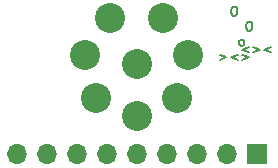
<source format=gbr>
%TF.GenerationSoftware,KiCad,Pcbnew,6.0.9-8da3e8f707~117~ubuntu22.04.1*%
%TF.CreationDate,2022-12-06T13:33:21-08:00*%
%TF.ProjectId,GX16-8P-Horizontal,47583136-2d38-4502-9d48-6f72697a6f6e,rev?*%
%TF.SameCoordinates,Original*%
%TF.FileFunction,Soldermask,Top*%
%TF.FilePolarity,Negative*%
%FSLAX46Y46*%
G04 Gerber Fmt 4.6, Leading zero omitted, Abs format (unit mm)*
G04 Created by KiCad (PCBNEW 6.0.9-8da3e8f707~117~ubuntu22.04.1) date 2022-12-06 13:33:21*
%MOMM*%
%LPD*%
G01*
G04 APERTURE LIST*
%ADD10C,0.127000*%
%ADD11R,1.700000X1.700000*%
%ADD12O,1.700000X1.700000*%
%ADD13C,2.540000*%
G04 APERTURE END LIST*
D10*
X135182428Y-58637714D02*
X135327571Y-58637714D01*
X135400142Y-58674000D01*
X135472714Y-58746571D01*
X135509000Y-58891714D01*
X135509000Y-59145714D01*
X135472714Y-59290857D01*
X135400142Y-59363428D01*
X135327571Y-59399714D01*
X135182428Y-59399714D01*
X135109857Y-59363428D01*
X135037285Y-59290857D01*
X135001000Y-59145714D01*
X135001000Y-58891714D01*
X135037285Y-58746571D01*
X135109857Y-58674000D01*
X135182428Y-58637714D01*
X136452428Y-59907714D02*
X136597571Y-59907714D01*
X136670142Y-59944000D01*
X136742714Y-60016571D01*
X136779000Y-60161714D01*
X136779000Y-60415714D01*
X136742714Y-60560857D01*
X136670142Y-60633428D01*
X136597571Y-60669714D01*
X136452428Y-60669714D01*
X136379857Y-60633428D01*
X136307285Y-60560857D01*
X136271000Y-60415714D01*
X136271000Y-60161714D01*
X136307285Y-60016571D01*
X136379857Y-59944000D01*
X136452428Y-59907714D01*
X135835571Y-61939714D02*
X135763000Y-61903428D01*
X135726714Y-61867142D01*
X135690428Y-61794571D01*
X135690428Y-61576857D01*
X135726714Y-61504285D01*
X135763000Y-61468000D01*
X135835571Y-61431714D01*
X135944428Y-61431714D01*
X136017000Y-61468000D01*
X136053285Y-61504285D01*
X136089571Y-61576857D01*
X136089571Y-61794571D01*
X136053285Y-61867142D01*
X136017000Y-61903428D01*
X135944428Y-61939714D01*
X135835571Y-61939714D01*
X136506857Y-62066714D02*
X135926285Y-62284428D01*
X136506857Y-62502142D01*
X136869714Y-62066714D02*
X137450285Y-62284428D01*
X136869714Y-62502142D01*
X138393714Y-62066714D02*
X137813142Y-62284428D01*
X138393714Y-62502142D01*
X134021285Y-62701714D02*
X134601857Y-62919428D01*
X134021285Y-63137142D01*
X135545285Y-62701714D02*
X134964714Y-62919428D01*
X135545285Y-63137142D01*
X135908142Y-62701714D02*
X136488714Y-62919428D01*
X135908142Y-63137142D01*
D11*
%TO.C,J2*%
X137160000Y-71120000D03*
D12*
X134620000Y-71120000D03*
X132080000Y-71120000D03*
X129540000Y-71120000D03*
X127000000Y-71120000D03*
X124460000Y-71120000D03*
X121920000Y-71120000D03*
X119380000Y-71120000D03*
X116840000Y-71120000D03*
%TD*%
D13*
%TO.C,J1*%
X127000000Y-63500000D03*
X124777500Y-59651900D03*
X122623580Y-62727840D03*
X123596400Y-66357500D03*
X127000000Y-67945000D03*
X130403600Y-66357500D03*
X131376420Y-62727840D03*
X129222500Y-59651900D03*
%TD*%
M02*

</source>
